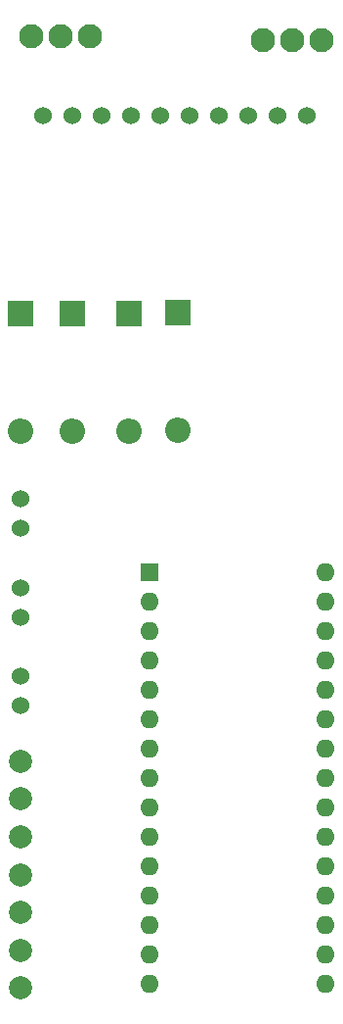
<source format=gbr>
%TF.GenerationSoftware,KiCad,Pcbnew,9.0.3*%
%TF.CreationDate,2025-09-22T17:12:55+10:00*%
%TF.ProjectId,BiasMeter_InputProtection_v3,42696173-4d65-4746-9572-5f496e707574,v3*%
%TF.SameCoordinates,Original*%
%TF.FileFunction,Soldermask,Bot*%
%TF.FilePolarity,Negative*%
%FSLAX46Y46*%
G04 Gerber Fmt 4.6, Leading zero omitted, Abs format (unit mm)*
G04 Created by KiCad (PCBNEW 9.0.3) date 2025-09-22 17:12:55*
%MOMM*%
%LPD*%
G01*
G04 APERTURE LIST*
%ADD10R,2.200000X2.200000*%
%ADD11O,2.200000X2.200000*%
%ADD12C,2.000000*%
%ADD13C,1.524000*%
%ADD14C,2.100000*%
%ADD15R,1.600000X1.600000*%
%ADD16O,1.600000X1.600000*%
G04 APERTURE END LIST*
D10*
%TO.C,DZA0*%
X118400000Y-86400000D03*
D11*
X118400000Y-96560000D03*
%TD*%
D12*
%TO.C,O6*%
X104800000Y-128410000D03*
%TD*%
D13*
%TO.C,SW2*%
X104800000Y-112675000D03*
X104820000Y-110135000D03*
%TD*%
%TO.C,SW3*%
X104800000Y-120340000D03*
X104820000Y-117800000D03*
%TD*%
D10*
%TO.C,DZA3*%
X104820000Y-86430000D03*
D11*
X104820000Y-96590000D03*
%TD*%
D14*
%TO.C,A1*%
X125815000Y-62825000D03*
X128355000Y-62825000D03*
X130895000Y-62825000D03*
%TD*%
D15*
%TO.C,A0*%
X116000000Y-108780000D03*
D16*
X116000000Y-111320000D03*
X116000000Y-113860000D03*
X116000000Y-116400000D03*
X116000000Y-118940000D03*
X116000000Y-121480000D03*
X116000000Y-124020000D03*
X116000000Y-126560000D03*
X116000000Y-129100000D03*
X116000000Y-131640000D03*
X116000000Y-134180000D03*
X116000000Y-136720000D03*
X116000000Y-139260000D03*
X116000000Y-141800000D03*
X116000000Y-144340000D03*
X131240000Y-144340000D03*
X131240000Y-141800000D03*
X131240000Y-139260000D03*
X131240000Y-136720000D03*
X131240000Y-134180000D03*
X131240000Y-131640000D03*
X131240000Y-129100000D03*
X131240000Y-126560000D03*
X131240000Y-124020000D03*
X131240000Y-121480000D03*
X131240000Y-118940000D03*
X131240000Y-116400000D03*
X131240000Y-113860000D03*
X131240000Y-111320000D03*
X131240000Y-108780000D03*
%TD*%
D12*
%TO.C,O2*%
X104800000Y-141470000D03*
%TD*%
D13*
%TO.C,SW1*%
X104800000Y-105010000D03*
X104820000Y-102470000D03*
%TD*%
D12*
%TO.C,O5*%
X104800000Y-131675000D03*
%TD*%
D14*
%TO.C,B1*%
X105690000Y-62530000D03*
X108230000Y-62530000D03*
X110770000Y-62530000D03*
%TD*%
D12*
%TO.C,O3*%
X104800000Y-138205000D03*
%TD*%
D13*
%TO.C,U1*%
X119425000Y-69339500D03*
X116885000Y-69339500D03*
X127045000Y-69339500D03*
X114345000Y-69339500D03*
X111805000Y-69339500D03*
X109265000Y-69339500D03*
X106725000Y-69339500D03*
X129585000Y-69339500D03*
X121965000Y-69339500D03*
X124505000Y-69339500D03*
%TD*%
D12*
%TO.C,O4*%
X104800000Y-134940000D03*
%TD*%
D10*
%TO.C,DZA1*%
X114180000Y-86430000D03*
D11*
X114180000Y-96590000D03*
%TD*%
D10*
%TO.C,DZA2*%
X109235000Y-86430000D03*
D11*
X109235000Y-96590000D03*
%TD*%
D12*
%TO.C,O7*%
X104800000Y-125145000D03*
%TD*%
%TO.C,O1*%
X104800000Y-144735000D03*
%TD*%
M02*

</source>
